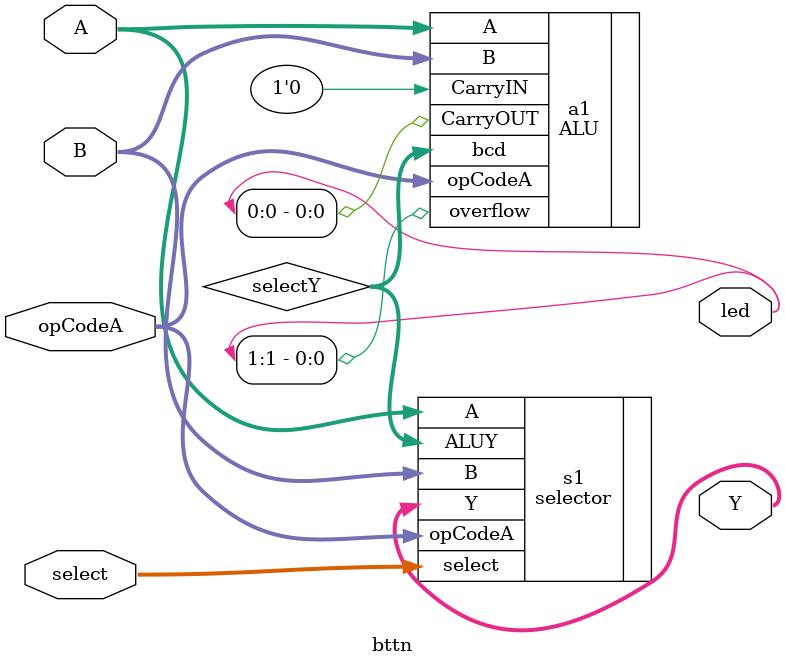
<source format=v>
module bttn (
    input [3:0] A, B,
    input [2:0] opCodeA,
    input [1:0] select,
    output [1:0] led,
    output [11:0] Y
);

wire wire1, wire2;
wire [11:0] selectY;
ALU a1( .A(A),
        .B(B),
        .opCodeA(opCodeA),
        .CarryIN(1'b0),
        .bcd(selectY),
        .CarryOUT(led[0]),
        .overflow(led[1]));
selector s1(.A(A), .B(B), .opCodeA(opCodeA), .select(select), .ALUY(selectY), .Y(Y));

endmodule

</source>
